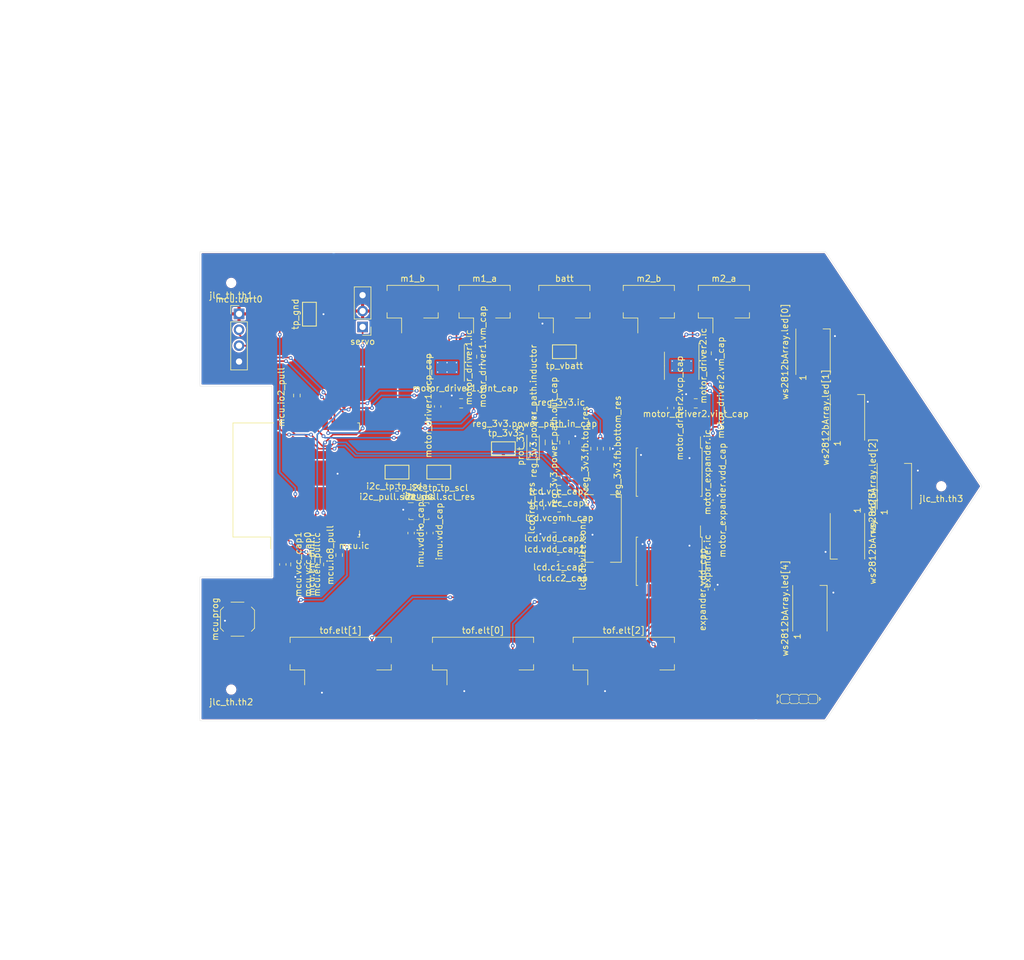
<source format=kicad_pcb>
(kicad_pcb (version 20211014) (generator pcbnew)
  (layers (0 "F.Cu" signal "Front") (31 "B.Cu" signal "Back") (34 "B.Paste" user) (35 "F.Paste" user) (36 "B.SilkS" user "B.Silkscreen") (37 "F.SilkS" user "F.Silkscreen") (38 "B.Mask" user) (39 "F.Mask" user) (44 "Edge.Cuts" user))
  (net 0 "")
  (net 1 "gnd")
  (net 2 "v3v3")
  (net 3 "vbatt")
  (net 4 "i2c_chain_0.sda")
  (net 5 "i2c_chain_0.scl")
  (net 6 "mcu.ic.io9")
  (net 7 "mcu.ic.uart0.rx")
  (net 8 "mcu.ic.en")
  (net 9 "mcu.gpio.ledArray")
  (net 10 "mcu.gpio.motor_bin1")
  (net 11 "servo.pins.1")
  (net 12 "mcu.gpio.motor_bin2")
  (net 13 "mcu.gpio.motor_ain2")
  (net 14 "mcu.gpio.motor_ain1")
  (net 15 "lcd.spi.mosi")
  (net 16 "lcd.spi.sck")
  (net 17 "reg_3v3.ic.sw")
  (net 18 "motor_expander.io.motor_bin2")
  (net 19 "motor_expander.io.motor_ain1")
  (net 20 "motor_expander.io.motor_bin1")
  (net 21 "motor_expander.io.motor_ain2")
  (net 22 "expander.io.lcd_cs")
  (net 23 "expander.io.lcd_dc")
  (net 24 "expander.io.lcd_reset")
  (net 25 "tof.xshut.1")
  (net 26 "tof.xshut.0")
  (net 27 "m1_a.pins.1")
  (net 28 "m1_a.pins.2")
  (net 29 "m1_b.pins.2")
  (net 30 "m1_b.pins.1")
  (net 31 "motor_driver1.ic.vcp")
  (net 32 "motor_driver1.vint_cap.pwr")
  (net 33 "m2_a.pins.1")
  (net 34 "m2_a.pins.2")
  (net 35 "m2_b.pins.2")
  (net 36 "m2_b.pins.1")
  (net 37 "imu.int1")
  (net 38 "imu.int2")
  (net 39 "ws2812bArray.led[0].dout")
  (net 40 "ws2812bArray.led[3].din")
  (net 41 "ws2812bArray.dout")
  (net 42 "tof.gpio1.1")
  (net 43 "tof.gpio1.0")
  (net 44 "tof.gpio1.2")
  (net 45 "lcd.device.c2p")
  (net 46 "lcd.device.c2n")
  (net 47 "lcd.device.c1p")
  (net 48 "lcd.vcomh_cap.pwr")
  (net 49 "lcd.vcc_cap1.pwr")
  (net 50 "reg_3v3.fb.center")
  (net 51 "lcd.device.iref")
  (net 52 "mcu.io8_pull.io")
  (net 53 "mcu.io2_pull.io")
  (net 54 "mcu.ic.uart0.tx")
  (net 55 "expander.io.tof_xshut_2")
  (net 56 "motor_driver2.vcp_cap.pos")
  (net 57 "motor_driver2.ic.vint")
  (net 58 "ws2812bArray.led[1].dout")
  (net 59 "ws2812bArray.led[3].dout")
  (net 60 "lcd.c1_cap.neg")
  (footprint "Capacitor_SMD:C_0603_1608Metric" (layer "F.Cu") (at 152.55 86.25 180)
    (fp_text reference "lcd.vcc_cap1")
    (fp_text value "CC0603KRX7R9BB104 (YAGEO) - 50V 100nF X7R ±10% 0603 Multilayer Ceramic Capacitors MLCC - SMD/SMT ROHS")
  )
  (footprint "Resistor_SMD:R_0603_1608Metric" (layer "F.Cu") (at 133.175 85.25 180)
    (fp_text reference "i2c_pull.scl_res")
    (fp_text value "0603WAF4701T5E (UNI-ROYAL(Uniroyal Elec)) - ±1% 1/10W Thick Film Resistors 75V ±100ppm/℃ -55℃~+155℃ 4.7kΩ 0603 Chip Resistor - Surface Mount ROHS")
  )
  (footprint "Resistor_SMD:R_0603_1608Metric" (layer "F.Cu") (at 149.425 88.5 90)
    (fp_text reference "lcd.iref_res")
    (fp_text value "0603WAF5603T5E (UNI-ROYAL(Uniroyal Elec)) - ±1% 1/10W Thick Film Resistors 75V ±100ppm/℃ -55℃~+155℃ 560kΩ 0603 Chip Resistor - Surface Mount ROHS")
  )
  (footprint "Capacitor_SMD:C_0603_1608Metric" (layer "F.Cu") (at 133 72.25 -90)
    (fp_text reference "motor_driver1.vcp_cap")
    (fp_text value "0603B103K500NT (FH(Guangdong Fenghua Advanced Tech)) - 50V 10nF X7R ±10% 0603 Multilayer Ceramic Capacitors MLCC - SMD/SMT ROHS")
  )
  (footprint "edg:JlcToolingHole_1.152mm" (layer "F.Cu") (at 100 52.5)
    (fp_text reference "jlc_th.th1")
    (fp_text value "")
  )
  (footprint "LED_SMD:LED_WS2812B_PLCC4_5.0x5.0mm_P3.2mm" (layer "F.Cu") (at 206 85 90)
    (fp_text reference "ws2812bArray.led[2]")
    (fp_text value "WS2812B (Worldsemi)")
  )
  (footprint "Capacitor_SMD:C_0805_2012Metric" (layer "F.Cu") (at 136.75 71.75 180)
    (fp_text reference "motor_driver1.vint_cap")
    (fp_text value "CL21A475KAQNNNE (Samsung Electro-Mechanics) - 25V 4.7uF X5R ±10% 0805 Multilayer Ceramic Capacitors MLCC - SMD/SMT ROHS")
  )
  (footprint "edg:JlcToolingHole_1.152mm" (layer "F.Cu") (at 213.5 85)
    (fp_text reference "jlc_th.th3")
    (fp_text value "")
  )
  (footprint "Capacitor_SMD:C_0603_1608Metric" (layer "F.Cu") (at 176.5 87.25 90)
    (fp_text reference "motor_expander.vdd_cap")
    (fp_text value "CC0603KRX7R9BB104 (YAGEO) - 50V 100nF X7R ±10% 0603 Multilayer Ceramic Capacitors MLCC - SMD/SMT ROHS")
  )
  (footprint "Connector_JST:JST_PH_B2B-PH-SM4-TB_1x02-1MP_P2.00mm_Vertical" (layer "F.Cu") (at 140.5 57.25)
    (fp_text reference "m1_a")
    (fp_text value "B2B-PH-SM4-TB (JST)")
  )
  (footprint "Connector_JST:JST_PH_B2B-PH-SM4-TB_1x02-1MP_P2.00mm_Vertical" (layer "F.Cu") (at 166.75 57.25)
    (fp_text reference "m2_b")
    (fp_text value "B2B-PH-SM4-TB (JST)")
  )
  (footprint "edg:Indicator_IdDots_4" (layer "F.Cu") (at 190.75 119)
    (fp_text reference "id" hide)
    (fp_text value "IdDots4")
  )
  (footprint "Capacitor_SMD:C_0603_1608Metric" (layer "F.Cu") (at 151.675 93.625 180)
    (fp_text reference "lcd.vdd_cap1")
    (fp_text value "CC0603KRX7R9BB104 (YAGEO) - 50V 100nF X7R ±10% 0603 Multilayer Ceramic Capacitors MLCC - SMD/SMT ROHS")
  )
  (footprint "LED_SMD:LED_WS2812B_PLCC4_5.0x5.0mm_P3.2mm" (layer "F.Cu") (at 198.5 74 90)
    (fp_text reference "ws2812bArray.led[1]")
    (fp_text value "WS2812B (Worldsemi)")
  )
  (footprint "Connector_PinHeader_2.54mm:PinHeader_1x04_P2.54mm_Vertical" (layer "F.Cu") (at 101.25 57.45)
    (fp_text reference "mcu.uart0")
    (fp_text value "PinHeader2.54 1x4 (Generic)")
  )
  (footprint "edg:Indicator_LeadFree" (layer "F.Cu") (at 190.75 115.5)
    (fp_text reference "leadfree" hide)
    (fp_text value "LeadFree" hide)
  )
  (footprint "Connector_JST:JST_PH_B2B-PH-SM4-TB_1x02-1MP_P2.00mm_Vertical" (layer "F.Cu") (at 129 57.25)
    (fp_text reference "m1_b")
    (fp_text value "B2B-PH-SM4-TB (JST)")
  )
  (footprint "Capacitor_SMD:C_0603_1608Metric" (layer "F.Cu") (at 112.25 97.5 -90)
    (fp_text reference "mcu.en_pull.c")
    (fp_text value "CL10A105KB8NNNC (Samsung Electro-Mechanics) - 50V 1uF X5R ±10% 0603 Multilayer Ceramic Capacitors MLCC - SMD/SMT ROHS")
  )
  (footprint "edg:JlcToolingHole_1.152mm" (layer "F.Cu") (at 100 117.5)
    (fp_text reference "jlc_th.th2")
    (fp_text value "")
  )
  (footprint "RF_Module:ESP-WROOM-02" (layer "F.Cu") (at 113.5 84 90)
    (fp_text reference "mcu.ic")
    (fp_text value "ESP32-C3-WROOM-02 (Espressif Systems)")
  )
  (footprint "TestPoint:TestPoint_Keystone_5015_Micro-Minature" (layer "F.Cu") (at 153.25 63.5 180)
    (fp_text reference "tp_vbatt")
    (fp_text value "5015 (Keystone) - vbatt")
  )
  (footprint "Capacitor_SMD:C_0805_2012Metric" (layer "F.Cu") (at 153.25 78 90)
    (fp_text reference "reg_3v3.power_path.out_cap")
    (fp_text value "CL21A475KAQNNNE (Samsung Electro-Mechanics) - 25V 4.7uF X5R ±10% 0805 Multilayer Ceramic Capacitors MLCC - SMD/SMT ROHS")
  )
  (footprint "Connector_FFC-FPC:Hirose_FH12-15S-0.5SH_1x15-1MP_P0.50mm_Horizontal" (layer "F.Cu") (at 157.85 91.75 90)
    (fp_text reference "lcd.device.conn")
    (fp_text value "FH12-15S-0.5SH (Hirose)")
  )
  (footprint "Connector_JST:JST_PH_B6B-PH-SM4-TB_1x06-1MP_P2.00mm_Vertical" (layer "F.Cu") (at 162.75 113.5)
    (fp_text reference "tof.elt[2]")
    (fp_text value "B6B-PH-SM4-TB (JST)")
  )
  (footprint "Connector_PinHeader_2.54mm:PinHeader_1x03_P2.54mm_Vertical" (layer "F.Cu") (at 121 59.54 180)
    (fp_text reference "servo")
    (fp_text value "PinHeader2.54 1x3 (Generic)")
  )
  (footprint "TestPoint:TestPoint_Keystone_5015_Micro-Minature" (layer "F.Cu") (at 112.5 57.5 90)
    (fp_text reference "tp_gnd")
    (fp_text value "5015 (Keystone) - gnd")
  )
  (footprint "Capacitor_SMD:C_0603_1608Metric" (layer "F.Cu") (at 170.25 72.5 -90)
    (fp_text reference "motor_driver2.vcp_cap")
    (fp_text value "0603B103K500NT (FH(Guangdong Fenghua Advanced Tech)) - 50V 10nF X7R ±10% 0603 Multilayer Ceramic Capacitors MLCC - SMD/SMT ROHS")
  )
  (footprint "Resistor_SMD:R_0603_1608Metric" (layer "F.Cu") (at 114.25 97.5 90)
    (fp_text reference "mcu.en_pull.r")
    (fp_text value "0603WAF1002T5E (UNI-ROYAL(Uniroyal Elec)) - ±1% 1/10W Thick Film Resistors 75V ±100ppm/℃ -55℃~+155℃ 10kΩ 0603 Chip Resistor - Surface Mount ROHS")
  )
  (footprint "Capacitor_SMD:C_0805_2012Metric" (layer "F.Cu") (at 176 63.75 -90)
    (fp_text reference "motor_driver2.vm_cap")
    (fp_text value "CL21A106KAYNNNE (Samsung Electro-Mechanics) - X5R 25V ±10% 10uF 0805 Multilayer Ceramic Capacitors MLCC - SMD/SMT ROHS")
  )
  (footprint "TestPoint:TestPoint_Keystone_5015_Micro-Minature" (layer "F.Cu") (at 133.175 82.75 180)
    (fp_text reference "i2c_tp.tp_scl")
    (fp_text value "5015 (Keystone) - i2c_chain_0.scl")
  )
  (footprint "Package_SO:SOIC-16W_7.5x10.3mm_P1.27mm" (layer "F.Cu") (at 170 97 -90)
    (fp_text reference "expander.ic")
    (fp_text value "PCF8574AT (NXP)")
  )
  (footprint "Resistor_SMD:R_0603_1608Metric" (layer "F.Cu") (at 117.25 96 90)
    (fp_text reference "mcu.io8_pull")
    (fp_text value "0603WAF1002T5E (UNI-ROYAL(Uniroyal Elec)) - ±1% 1/10W Thick Film Resistors 75V ±100ppm/℃ -55℃~+155℃ 10kΩ 0603 Chip Resistor - Surface Mount ROHS")
  )
  (footprint "Connector_JST:JST_PH_B6B-PH-SM4-TB_1x06-1MP_P2.00mm_Vertical" (layer "F.Cu") (at 117.5 113.5)
    (fp_text reference "tof.elt[1]")
    (fp_text value "B6B-PH-SM4-TB (JST)")
  )
  (footprint "LED_SMD:LED_WS2812B_PLCC4_5.0x5.0mm_P3.2mm" (layer "F.Cu") (at 198.5 93 -90)
    (fp_text reference "ws2812bArray.led[3]")
    (fp_text value "WS2812B (Worldsemi)")
  )
  (footprint "Resistor_SMD:R_0603_1608Metric" (layer "F.Cu") (at 126.5 85.25 180)
    (fp_text reference "i2c_pull.sda_res")
    (fp_text value "0603WAF4701T5E (UNI-ROYAL(Uniroyal Elec)) - ±1% 1/10W Thick Film Resistors 75V ±100ppm/℃ -55℃~+155℃ 4.7kΩ 0603 Chip Resistor - Surface Mount ROHS")
  )
  (footprint "Capacitor_SMD:C_0805_2012Metric" (layer "F.Cu") (at 110.25 97.5 -90)
    (fp_text reference "mcu.vcc_cap0")
    (fp_text value "CL21A106KAYNNNE (Samsung Electro-Mechanics) - X5R 25V ±10% 10uF 0805 Multilayer Ceramic Capacitors MLCC - SMD/SMT ROHS")
  )
  (footprint "Capacitor_SMD:C_0805_2012Metric" (layer "F.Cu") (at 174.25 71.75 180)
    (fp_text reference "motor_driver2.vint_cap")
    (fp_text value "CL21A475KAQNNNE (Samsung Electro-Mechanics) - 25V 4.7uF X5R ±10% 0805 Multilayer Ceramic Capacitors MLCC - SMD/SMT ROHS")
  )
  (footprint "Capacitor_SMD:C_0603_1608Metric" (layer "F.Cu") (at 108.25 97.5 -90)
    (fp_text reference "mcu.vcc_cap1")
    (fp_text value "CC0603KRX7R9BB104 (YAGEO) - 50V 100nF X7R ±10% 0603 Multilayer Ceramic Capacitors MLCC - SMD/SMT ROHS")
  )
  (footprint "edg:Symbol_Duckling" (layer "F.Cu") (at 180 117)
    (fp_text reference "duck" hide)
    (fp_text value "Duck" hide)
  )
  (footprint "Button_Switch_SMD:SW_SPST_SKQG_WithoutStem" (layer "F.Cu") (at 101 106.25 90)
    (fp_text reference "mcu.prog")
    (fp_text value "5.1mm switch")
  )
  (footprint "Capacitor_SMD:C_0805_2012Metric" (layer "F.Cu") (at 148.5 72.5 180)
    (fp_text reference "reg_3v3.power_path.in_cap")
    (fp_text value "CL21A475KAQNNNE (Samsung Electro-Mechanics) - 25V 4.7uF X5R ±10% 0805 Multilayer Ceramic Capacitors MLCC - SMD/SMT ROHS")
  )
  (footprint "Connector_JST:JST_PH_B6B-PH-SM4-TB_1x06-1MP_P2.00mm_Vertical" (layer "F.Cu") (at 140.25 113.5)
    (fp_text reference "tof.elt[0]")
    (fp_text value "B6B-PH-SM4-TB (JST)")
  )
  (footprint "Capacitor_SMD:C_0603_1608Metric" (layer "F.Cu") (at 152.25 96.5 180)
    (fp_text reference "lcd.c1_cap")
    (fp_text value "CC0603KRX7R9BB104 (YAGEO) - 50V 100nF X7R ±10% 0603 Multilayer Ceramic Capacitors MLCC - SMD/SMT ROHS")
  )
  (footprint "Capacitor_SMD:C_0603_1608Metric" (layer "F.Cu") (at 176.75 101.5 90)
    (fp_text reference "expander.vdd_cap")
    (fp_text value "CC0603KRX7R9BB104 (YAGEO) - 50V 100nF X7R ±10% 0603 Multilayer Ceramic Capacitors MLCC - SMD/SMT ROHS")
  )
  (footprint "LED_SMD:LED_WS2812B_PLCC4_5.0x5.0mm_P3.2mm" (layer "F.Cu") (at 192.5 104.5 90)
    (fp_text reference "ws2812bArray.led[4]")
    (fp_text value "WS2812B (Worldsemi)")
  )
  (footprint "Package_SO:HTSSOP-16-1EP_4.4x5mm_P0.65mm_EP3.4x5mm_Mask2.46x2.31mm_ThermalVias" (layer "F.Cu") (at 172 65.75 -90)
    (fp_text reference "motor_driver2.ic")
    (fp_text value "DRV8833PWP (Texas Instruments)")
  )
  (footprint "Resistor_SMD:R_0603_1608Metric" (layer "F.Cu") (at 110.5 70.5 -90)
    (fp_text reference "mcu.io2_pull")
    (fp_text value "0603WAF1002T5E (UNI-ROYAL(Uniroyal Elec)) - ±1% 1/10W Thick Film Resistors 75V ±100ppm/℃ -55℃~+155℃ 10kΩ 0603 Chip Resistor - Surface Mount ROHS")
  )
  (footprint "Connector_JST:JST_PH_B2B-PH-SM4-TB_1x02-1MP_P2.00mm_Vertical" (layer "F.Cu") (at 178.75 57.25)
    (fp_text reference "m2_a")
    (fp_text value "B2B-PH-SM4-TB (JST)")
  )
  (footprint "Package_SO:HTSSOP-16-1EP_4.4x5mm_P0.65mm_EP3.4x5mm_Mask2.46x2.31mm_ThermalVias" (layer "F.Cu") (at 134.5 66 -90)
    (fp_text reference "motor_driver1.ic")
    (fp_text value "DRV8833PWP (Texas Instruments)")
  )
  (footprint "Capacitor_SMD:C_0805_2012Metric" (layer "F.Cu") (at 138.5 64.3 -90)
    (fp_text reference "motor_driver1.vm_cap")
    (fp_text value "CL21A106KAYNNNE (Samsung Electro-Mechanics) - X5R 25V ±10% 10uF 0805 Multilayer Ceramic Capacitors MLCC - SMD/SMT ROHS")
  )
  (footprint "Capacitor_SMD:C_0805_2012Metric" (layer "F.Cu") (at 152.425 88.375 180)
    (fp_text reference "lcd.vcomh_cap")
    (fp_text value "CL21A475KAQNNNE (Samsung Electro-Mechanics) - 25V 4.7uF X5R ±10% 0805 Multilayer Ceramic Capacitors MLCC - SMD/SMT ROHS")
  )
  (footprint "TestPoint:TestPoint_Keystone_5015_Micro-Minature" (layer "F.Cu") (at 126.5 82.75 180)
    (fp_text reference "i2c_tp.tp_sda")
    (fp_text value "5015 (Keystone) - i2c_tp.anon_link_1")
  )
  (footprint "TestPoint:TestPoint_Keystone_5015_Micro-Minature" (layer "F.Cu") (at 143.5 79)
    (fp_text reference "tp_3v3")
    (fp_text value "5015 (Keystone) - v3v3")
  )
  (footprint "Resistor_SMD:R_0603_1608Metric" (layer "F.Cu") (at 160 79 -90)
    (fp_text reference "reg_3v3.fb.bottom_res")
    (fp_text value "0603WAF1502T5E (UNI-ROYAL(Uniroyal Elec)) - ±1% 1/10W Thick Film Resistors 75V ±100ppm/℃ -55℃~+155℃ 15kΩ 0603 Chip Resistor - Surface Mount ROHS")
  )
  (footprint "Diode_SMD:D_SOD-123" (layer "F.Cu") (at 148.25 78.5 90)
    (fp_text reference "prot_3v3")
    (fp_text value "BZT52C3V6 (SMC(Sangdest Microelectronicstronic (Nanjing))) - 5μA@1V 90Ω Single 3.6V~3.8V 350mW 3.4V SOD-123 Zener Diodes ROHS")
  )
  (footprint "Capacitor_SMD:C_0603_1608Metric" (layer "F.Cu") (at 128.75 92.4875 -90)
    (fp_text reference "imu.vddio_cap")
    (fp_text value "CC0603KRX7R9BB104 (YAGEO) - 50V 100nF X7R ±10% 0603 Multilayer Ceramic Capacitors MLCC - SMD/SMT ROHS")
  )
  (footprint "Capacitor_SMD:C_0603_1608Metric" (layer "F.Cu") (at 131.75 92.4875 -90)
    (fp_text reference "imu.vdd_cap")
    (fp_text value "CC0603KRX7R9BB104 (YAGEO) - 50V 100nF X7R ±10% 0603 Multilayer Ceramic Capacitors MLCC - SMD/SMT ROHS")
  )
  (footprint "Capacitor_SMD:C_0805_2012Metric" (layer "F.Cu") (at 151.675 91.625 180)
    (fp_text reference "lcd.vdd_cap2")
    (fp_text value "CL21A475KAQNNNE (Samsung Electro-Mechanics) - 25V 4.7uF X5R ±10% 0805 Multilayer Ceramic Capacitors MLCC - SMD/SMT ROHS")
  )
  (footprint "LED_SMD:LED_WS2812B_PLCC4_5.0x5.0mm_P3.2mm" (layer "F.Cu") (at 193 63.5 90)
    (fp_text reference "ws2812bArray.led[0]")
    (fp_text value "WS2812B (Worldsemi)")
  )
  (footprint "Inductor_SMD:L_0805_2012Metric" (layer "F.Cu") (at 150.75 78 -90)
    (fp_text reference "reg_3v3.power_path.inductor")
    (fp_text value "MPL2012S3R3MHT (Sunlord) - 900mA 3.3uH ±20% 190mΩ 0805 Inductors (SMD) ROHS")
  )
  (footprint "Package_TO_SOT_SMD:SOT-23-5" (layer "F.Cu") (at 152.75 74)
    (fp_text reference "reg_3v3.ic")
    (fp_text value "AP3418 (Diodes Incorporated)")
  )
  (footprint "Capacitor_SMD:C_0805_2012Metric" (layer "F.Cu") (at 152.425 84.125 180)
    (fp_text reference "lcd.vcc_cap2")
    (fp_text value "CL21A106KAYNNNE (Samsung Electro-Mechanics) - X5R 25V ±10% 10uF 0805 Multilayer Ceramic Capacitors MLCC - SMD/SMT ROHS")
  )
  (footprint "Connector_JST:JST_PH_B2B-PH-SM4-TB_1x02-1MP_P2.00mm_Vertical" (layer "F.Cu") (at 153.25 57.25)
    (fp_text reference "batt")
    (fp_text value "B2B-PH-SM4-TB (JST)")
  )
  (footprint "Package_SO:SOIC-16W_7.5x10.3mm_P1.27mm" (layer "F.Cu") (at 170 82.75 -90)
    (fp_text reference "motor_expander.ic")
    (fp_text value "PCF8574AT (NXP)")
  )
  (footprint "Capacitor_SMD:C_0603_1608Metric" (layer "F.Cu") (at 153 98.25 180)
    (fp_text reference "lcd.c2_cap")
    (fp_text value "CC0603KRX7R9BB104 (YAGEO) - 50V 100nF X7R ±10% 0603 Multilayer Ceramic Capacitors MLCC - SMD/SMT ROHS")
  )
  (footprint "Resistor_SMD:R_0603_1608Metric" (layer "F.Cu") (at 158 79 90)
    (fp_text reference "reg_3v3.fb.top_res")
    (fp_text value "0603WAF6802T5E (UNI-ROYAL(Uniroyal Elec)) - ±1% 1/10W Thick Film Resistors 75V ±100ppm/℃ -55℃~+155℃ 68kΩ 0603 Chip Resistor - Surface Mount ROHS")
  )
  (footprint "Package_LGA:Bosch_LGA-14_3x2.5mm_P0.5mm" (layer "F.Cu") (at 130 88.9875)
    (fp_text reference "imu.ic")
    (fp_text value "LSM6DS3TR-C (STMicroelectronics)")
  )
  (gr_poly (pts (xy 220 85) (xy 195 122.5) (xy 95 122.5) (xy 95 99.5) (xy 106.5 99.5) (xy 106.5 69) (xy 95 69) (xy 95 47.5) (xy 195 47.5)) (layer "Edge.Cuts") (width 0.0384) (fill none))
  (segment (start 159.75 114) (end 159.75 117.75) (width 0.4) (layer "F.Cu") (net 1))
  (segment (start 135.25 70.5) (end 135.8 71.05) (width 0.4) (layer "F.Cu") (net 1))
  (segment (start 195.05 95.45) (end 195 95.5) (width 0.6) (layer "F.Cu") (net 1))
  (segment (start 151.475 84.125) (end 150.375 84.125) (width 0.4) (layer "F.Cu") (net 1))
  (segment (start 150.425 91.625) (end 149.425 92.625) (width 0.4) (layer "F.Cu") (net 1))
  (segment (start 165.555 94.055) (end 165.75 94.25) (width 0.4) (layer "F.Cu") (net 1))
  (segment (start 165.555 79.945) (end 165.5 80) (width 0.4) (layer "F.Cu") (net 1))
  (segment (start 135.25 70.5) (end 134.825 70.075) (width 0.4) (layer "F.Cu") (net 1))
  (segment (start 200.1 71.55) (end 201.7 71.55) (width 0.6) (layer "F.Cu") (net 1))
  (segment (start 173.175 92.35) (end 173.175 94.425) (width 0.4) (layer "F.Cu") (net 1))
  (segment (start 173.175 94.425) (end 173.25 94.5) (width 0.4) (layer "F.Cu") (net 1))
  (segment (start 130.5 91.4875) (end 130.5 90) (width 0.254) (layer "F.Cu") (net 1))
  (segment (start 112.5 57.5) (end 114.75 57.5) (width 0.6) (layer "F.Cu") (net 1))
  (segment (start 130.25 91.7375) (end 130.5 91.4875) (width 0.254) (layer "F.Cu") (net 1))
  (segment (start 151.775 86.25) (end 149.8 86.25) (width 0.4) (layer "F.Cu") (net 1))
  (segment (start 117 83) (end 114.21 83) (width 0.6) (layer "F.Cu") (net 1))
  (segment (start 147.55 72.5) (end 147.55 73.05) (width 0.6) (layer "F.Cu") (net 1))
  (segment (start 152.25 57.75) (end 151 57.75) (width 0.6) (layer "F.Cu") (net 1))
  (segment (start 138.5 65.25) (end 139.75 65.25) (width 0.4) (layer "F.Cu") (net 1))
  (segment (start 127.9875 89.2375) (end 128.7375 89.2375) (width 0.254) (layer "F.Cu") (net 1))
  (segment (start 207.6 82.55) (end 209.7 82.55) (width 0.6) (layer "F.Cu") (net 1))
  (segment (start 99.15 109.35) (end 99.15 106.65) (width 0.6) (layer "F.Cu") (net 1))
  (segment (start 171.905 93.155) (end 173.25 94.5) (width 0.4) (layer "F.Cu") (net 1))
  (segment (start 165.555 78.1) (end 165.555 79.945) (width 0.4) (layer "F.Cu") (net 1))
  (segment (start 173.3 70.865296) (end 173.3 71.5) (width 0.254) (layer "F.Cu") (net 1))
  (segment (start 110.25 99.5) (end 108.75 99.5) (width 0.254) (layer "F.Cu") (net 1))
  (segment (start 171.905 92.35) (end 171.905 93.155) (width 0.4) (layer "F.Cu") (net 1))
  (segment (start 149.75 84.75) (end 149.75 86.2) (width 0.4) (layer "F.Cu") (net 1))
  (segment (start 148.25 76.85) (end 148.25 78.25) (width 0.6) (layer "F.Cu") (net 1))
  (segment (start 171.905 79.155) (end 171.905 78.1) (width 0.4) (layer "F.Cu") (net 1))
  (segment (start 134.825 70.075) (end 134.825 68.8625) (width 0.4) (layer "F.Cu") (net 1))
  (segment (start 99.15 106.35) (end 99 106.5) (width 0.6) (layer "F.Cu") (net 1))
  (segment (start 151.35 88.5) (end 151.35 87.8) (width 0.4) (layer "F.Cu") (net 1))
  (segment (start 108.75 99.5) (end 108.25 99) (width 0.254) (layer "F.Cu") (net 1))
  (segment (start 147.55 73.05) (end 148.5 74) (width 0.6) (layer "F.Cu") (net 1))
  (segment (start 139.75 65.25) (end 140 65.5) (width 0.4) (layer "F.Cu") (net 1))
  (segment (start 127.5125 88.7375) (end 128.7375 88.7375) (width 0.254) (layer "F.Cu") (net 1))
  (segment (start 176.5 86.475) (end 177.725 86.475) (width 0.4) (layer "F.Cu") (net 1))
  (segment (start 150.425 93.625) (end 149.425 92.625) (width 0.4) (layer "F.Cu") (net 1))
  (segment (start 130.25 91.7375) (end 131.775 93.2625) (width 0.254) (layer "F.Cu") (net 1))
  (segment (start 150.725 91.625) (end 150.425 91.625) (width 0.4) (layer "F.Cu") (net 1))
  (segment (start 173.25 80.5) (end 171.905 79.155) (width 0.4) (layer "F.Cu") (net 1))
  (segment (start 201.7 71.55) (end 201.75 71.5) (width 0.6) (layer "F.Cu") (net 1))
  (segment (start 196.9 95.45) (end 195.05 95.45) (width 0.6) (layer "F.Cu") (net 1))
  (segment (start 149.75 86.2) (end 149.8 86.25) (width 0.4) (layer "F.Cu") (net 1))
  (segment (start 157.75 92.75) (end 156 92.75) (width 0.254) (layer "F.Cu") (net 1))
  (segment (start 173.25 80.5) (end 173.175 80.425) (width 0.4) (layer "F.Cu") (net 1))
  (segment (start 130.25 91.7375) (end 130.25 92.0125) (width 0.254) (layer "F.Cu") (net 1))
  (segment (start 130.25 92.0125) (end 129 93.2625) (width 0.254) (layer "F.Cu") (net 1))
  (segment (start 196.45 61.05) (end 196.5 61) (width 0.6) (layer "F.Cu") (net 1))
  (segment (start 114.5 114) (end 114.5 118) (width 0.4) (layer "F.Cu") (net 1))
  (segment (start 173.175 80.425) (end 173.175 78.1) (width 0.4) (layer "F.Cu") (net 1))
  (segment (start 110.25 98.45) (end 110.25 99.5) (width 0.254) (layer "F.Cu") (net 1))
  (segment (start 177.45 64.7) (end 176 64.7) (width 0.4) (layer "F.Cu") (net 1))
  (segment (start 177.5 64.75) (end 177.45 64.7) (width 0.4) (layer "F.Cu") (net 1))
  (segment (start 130 91.4875) (end 130 90) (width 0.254) (layer "F.Cu") (net 1))
  (segment (start 176.75 100.725) (end 177.725 100.725) (width 0.4) (layer "F.Cu") (net 1))
  (segment (start 194.6 61.05) (end 196.45 61.05) (width 0.6) (layer "F.Cu") (net 1))
  (segment (start 135.8 71.05) (end 135.8 71.5) (width 0.4) (layer "F.Cu") (net 1))
  (segment (start 160 79.825) (end 160.175 79.825) (width 0.254) (layer "F.Cu") (net 1))
  (segment (start 209.7 82.55) (end 209.75 82.5) (width 0.6) (layer "F.Cu") (net 1))
  (segment (start 151 57.75) (end 149.75 59) (width 0.6) (layer "F.Cu") (net 1))
  (segment (start 172.717352 70.282648) (end 173.3 70.865296) (width 0.254) (layer "F.Cu") (net 1))
  (segment (start 127.5 88.75) (end 128.0125 88.2375) (width 0.254) (layer "F.Cu") (net 1))
  (segment (start 194.1 102.05) (end 196.2 102.05) (width 0.6) (layer "F.Cu") (net 1))
  (segment (start 177.725 100.725) (end 177.75 100.75) (width 0.4) (layer "F.Cu") (net 1))
  (segment (start 137.25 114) (end 137.25 117.75) (width 0.4) (layer "F.Cu") (net 1))
  (segment (start 108.25 99) (end 108.25 98.275) (width 0.254) (layer "F.Cu") (net 1))
  (segment (start 149.425 86.625) (end 149.8 86.25) (width 0.254) (layer "F.Cu") (net 1))
  (segment (start 99.15 109.35) (end 99.25 109.25) (width 0.6) (layer "F.Cu") (net 1))
  (segment (start 110.25 99.5) (end 112 99.5) (width 0.254) (layer "F.Cu") (net 1))
  (segment (start 99.15 103.15) (end 99.15 106.35) (width 0.6) (layer "F.Cu") (net 1))
  (segment (start 154.95 77.05) (end 155 77) (width 0.6) (layer "F.Cu") (net 1))
  (segment (start 172.325 68.6125) (end 172.325 69.890296) (width 0.254) (layer "F.Cu") (net 1))
  (segment (start 119.5 92.75) (end 120.5 92.75) (width 0.4) (layer "F.Cu") (net 1))
  (segment (start 150.9 93.625) (end 150.425 93.625) (width 0.4) (layer "F.Cu") (net 1))
  (segment (start 112.25 99.25) (end 112.25 98.275) (width 0.254) (layer "F.Cu") (net 1))
  (segment (start 172.325 69.890296) (end 172.717352 70.282648) (width 0.254) (layer "F.Cu") (net 1))
  (segment (start 160.175 79.825) (end 161 79) (width 0.254) (layer "F.Cu") (net 1))
  (segment (start 130.25 91.7375) (end 130 91.4875) (width 0.254) (layer "F.Cu") (net 1))
  (segment (start 173.25 80.5) (end 174.445 79.305) (width 0.4) (layer "F.Cu") (net 1))
  (segment (start 114.21 83) (end 114.11 82.9) (width 0.6) (layer "F.Cu") (net 1))
  (segment (start 127.5 88.75) (end 127.5125 88.7375) (width 0.254) (layer "F.Cu") (net 1))
  (segment (start 151.6125 74) (end 148.5 74) (width 0.6) (layer "F.Cu") (net 1))
  (segment (start 177.725 86.475) (end 177.75 86.5) (width 0.4) (layer "F.Cu") (net 1))
  (segment (start 151.35 87.8) (end 149.8 86.25) (width 0.4) (layer "F.Cu") (net 1))
  (segment (start 131.775 93.2625) (end 132 93.2625) (width 0.254) (layer "F.Cu") (net 1))
  (segment (start 165.555 92.35) (end 165.555 94.055) (width 0.4) (layer "F.Cu") (net 1))
  (segment (start 174.445 79.305) (end 174.445 78.1) (width 0.4) (layer "F.Cu") (net 1))
  (segment (start 196.2 102.05) (end 196.25 102) (width 0.6) (layer "F.Cu") (net 1))
  (segment (start 128.0125 88.2375) (end 128.7375 88.2375) (width 0.254) (layer "F.Cu") (net 1))
  (segment (start 150.375 84.125) (end 149.75 84.75) (width 0.4) (layer "F.Cu") (net 1))
  (segment (start 112 99.5) (end 112.25 99.25) (width 0.254) (layer "F.Cu") (net 1))
  (segment (start 99.25 109.25) (end 99.25 109) (width 0.6) (layer "F.Cu") (net 1))
  (segment (start 149.425 87.675) (end 149.425 86.625) (width 0.254) (layer "F.Cu") (net 1))
  (segment (start 174.445 92.35) (end 174.445 93.305) (width 0.4) (layer "F.Cu") (net 1))
  (segment (start 174.445 93.305) (end 173.25 94.5) (width 0.4) (layer "F.Cu") (net 1))
  (segment (start 99.15 106.65) (end 99 106.5) (width 0.6) (layer "F.Cu") (net 1))
  (segment (start 153.25 77.05) (end 154.95 77.05) (width 0.6) (layer "F.Cu") (net 1))
  (segment (start 127.5 88.75) (end 127.9875 89.2375) (width 0.254) (layer "F.Cu") (net 1))
  (via (at 173.25 80.5) (size 0.6) (drill 0.3) (layers "F.Cu" "B.Cu") (net 1))
  (via (at 196.5 61) (size 0.6) (drill 0.3) (layers "F.Cu" "B.Cu") (net 1))
  (via (at 177.5 64.75) (size 0.6) (drill 0.3) (layers "F.Cu" "B.Cu") (net 1))
  (via (at 137.25 117.75) (size 0.6) (drill 0.3) (layers "F.Cu" "B.Cu") (net 1))
  (via (at 165.5 80) (size 0.6) (drill 0.3) (layers "F.Cu" "B.Cu") (net 1))
  (via (at 135.25 70.5) (size 0.6) (drill 0.3) (layers "F.Cu" "B.Cu") (net 1))
  (via (at 173.25 94.5) (size 0.6) (drill 0.3) (layers "F.Cu" "B.Cu") (net 1))
  (via (at 140 65.5) (size 0.6) (drill 0.3) (layers "F.Cu" "B.Cu") (net 1))
  (via (at 155 77) (size 0.6) (drill 0.3) (layers "F.Cu" "B.Cu") (net 1))
  (via (at 177.75 86.5) (size 0.6) (drill 0.3) (layers "F.Cu" "B.Cu") (net 1))
  (via (at 177.75 100.75) (size 0.6) (drill 0.3) (layers "F.Cu" "B.Cu") (net 1))
  (via (at 127.5 88.75) (size 0.6) (drill 0.3) (layers "F.Cu" "B.Cu") (net 1))
  (via (at 165.75 94.25) (size 0.6) (drill 0.3) (layers "F.Cu" "B.Cu") (net 1))
  (via (at 130.25 91.7375) (size 0.6) (drill 0.3) (layers "F.Cu" "B.Cu") (net 1))
  (via (at 110.25 99.5) (size 0.6) (drill 0.3) (layers "F.Cu" "B.Cu") (net 1))
  (via (at 209.75 82.5) (size 0.6) (drill 0.3) (layers "F.Cu" "B.Cu") (net 1))
  (via (at 114.5 118) (size 0.6) (drill 0.3) (layers "F.Cu" "B.Cu") (net 1))
  (via (at 149.75 59) (size 0.6) (drill 0.3) (layers "F.Cu" "B.Cu") (net 1))
  (via (at 149.8 86.25) (size 0.6) (drill 0.3) (layers "F.Cu" "B.Cu") (net 1))
  (via (at 159.75 117.75) (size 0.6) (drill 0.3) (layers "F.Cu" "B.Cu") (net 1))
  (via (at 196.25 102) (size 0.6) (drill 0.3) (layers "F.Cu" "B.Cu") (net 1))
  (via (at 117 83) (size 0.6) (drill 0.3) (layers "F.Cu" "B.Cu") (net 1))
  (via (at 195 95.5) (size 0.6) (drill 0.3) (layers "F.Cu" "B.Cu") (net 1))
  (via (at 99 106.5) (size 0.6) (drill 0.3) (layers "F.Cu" "B.Cu") (net 1))
  (via (at 114.75 57.5) (size 0.6) (drill 0.3) (layers "F.Cu" "B.Cu") (net 1))
  (via (at 120.5 92.75) (size 0.6) (drill 0.3) (layers "F.Cu" "B.Cu") (net 1))
  (via (at 201.75 71.5) (size 0.6) (drill 0.3) (layers "F.Cu" "B.Cu") (net 1))
  (via (at 172.717352 70.282648) (size 0.6) (drill 0.3) (layers "F.Cu" "B.Cu") (net 1))
  (via (at 149.425 92.625) (size 0.6) (drill 0.3) (layers "F.Cu" "B.Cu") (net 1))
  (via (at 161 79) (size 0.6) (drill 0.3) (layers "F.Cu" "B.Cu") (net 1))
  (via (at 157.75 92.75) (size 0.6) (drill 0.3) (layers "F.Cu" "B.Cu") (net 1))
  (via (at 148.5 74) (size 0.6) (drill 0.3) (layers "F.Cu" "B.Cu") (net 1))
  (via (at 148.25 78.25) (size 0.6) (drill 0.3) (layers "F.Cu" "B.Cu") (net 1))
  (segment (start 156 93.25) (end 154.8 93.25) (width 0.254) (layer "F.Cu") (net 2))
  (segment (start 129.5 90.2375) (end 129 90.7375) (width 0.4) (layer "F.Cu") (net 2))
  (segment (start 154.8 92.25) (end 154.675 92.125) (width 0.254) (layer "F.Cu") (net 2))
  (segment (start 156 92.25) (end 154.8 92.25) (width 0.254) (layer "F.Cu") (net 2))
  (segment (start 157.3 93.25) (end 157.425 93.375) (width 0.254) (layer "F.Cu") (net 2))
  (segment (start 129.5 90) (end 129.5 90.2375) (width 0.4) (layer "F.Cu") (net 2))
  (segment (start 131.2625 89.7375) (end 132.25 89.7375) (width 0.4) (layer "F.Cu") (net 2))
  (segment (start 154.8 93.25) (end 154.675 93.125) (width 0.254) (layer "F.Cu") (net 2))
  (segment (start 130.5 87.975) (end 130.5 87.2375) (width 0.4) (layer "F.Cu") (net 2))
  (segment (start 156 93.25) (end 157.3 93.25) (width 0.254) (layer "F.Cu") (net 2))
  (segment (start 156 92.25) (end 157.25 92.25) (width 0.254) (layer "F.Cu") (net 2))
  (segment (start 125.675 85.25) (end 127.675 87.25) (width 0.254) (layer "F.Cu") (net 4))
  (segment (start 127.675 87.25) (end 129.25 87.25) (width 0.254) (layer "F.Cu") (net 4))
  (segment (start 163.75 114) (end 163.75 112) (width 0.254) (layer "F.Cu") (net 4))
  (segment (start 129.5 87.5) (end 129.5 87.975) (width 0.254) (layer "F.Cu") (net 4))
  (segment (start 126.5 84.425) (end 126.5 82.75) (width 0.254) (layer "F.Cu") (net 4))
  (segment (start 129.25 87.25) (end 129.5 87.5) (width 0.254) (layer "F.Cu") (net 4))
  (segment (start 163.75 114) (end 163.75 111.75) (width 0.254) (layer "F.Cu") (net 4))
  (segment (start 125.675 85.25) (end 126.5 84.425) (width 0.254) (layer "F.Cu") (net 4))
  (segment (start 163.75 111.75) (end 173.175 102.325) (width 0.254) (layer "F.Cu") (net 4))
  (segment (start 173.175 102.325) (end 173.175 101.65) (width 0.254) (layer "F.Cu") (net 4))
  (segment (start 163.25 110.5) (end 164 110.5) (width 0.254) (layer "F.Cu") (net 5))
  (segment (start 161.75 112) (end 163.25 110.5) (width 0.254) (layer "F.Cu") (net 5))
  (segment (start 131.81292 85.25) (end 132.35 85.25) (width 0.254) (layer "F.Cu") (net 5))
  (segment (start 130 87.06292) (end 131.81292 85.25) (width 0.254) (layer "F.Cu") (net 5))
  (segment (start 133.175 84.425) (end 133.175 82.75) (width 0.254) (layer "F.Cu") (net 5))
  (segment (start 130 87.975) (end 130 87.06292) (width 0.254) (layer "F.Cu") (net 5))
  (segment (start 171.905 102.597355) (end 171.905 101.65) (width 0.254) (layer "F.Cu") (net 5))
  (segment (start 164.002355 110.5) (end 171.905 102.597355) (width 0.254) (layer "F.Cu") (net 5))
  (segment (start 132.35 85.25) (end 133.175 84.425) (width 0.254) (layer "F.Cu") (net 5))
  (segment (start 161.75 114) (end 161.75 112) (width 0.254) (layer "F.Cu") (net 5))
  (segment (start 118.5 94.75) (end 118 94.25) (width 0.254) (layer "F.Cu") (net 6))
  (segment (start 103.5 105) (end 109.25 105) (width 0.254) (layer "F.Cu") (net 6))
  (segment (start 102.85 105.65) (end 103.5 105) (width 0.254) (layer "F.Cu") (net 6))
  (segment (start 111.1 103.15) (end 111.15 103.15) (width 0.254) (layer "F.Cu") (net 6))
  (segment (start 102.85 104.35) (end 103.5 105) (width 0.254) (layer "F.Cu") (net 6))
  (segment (start 109.25 105) (end 111.1 103.15) (width 0.254) (layer "F.Cu") (net 6))
  (segment (start 102.85 103.15) (end 102.85 104.35) (width 0.254) (layer "F.Cu") (net 6))
  (segment (start 111.25 103.25) (end 111.15 103.15) (width 0.254) (layer "F.Cu") (net 6))
  (segment (start 102.85 109.35) (end 102.85 105.65) (width 0.254) (layer "F.Cu") (net 6))
  (segment (start 118 94.25) (end 118 92.75) (width 0.254) (layer "F.Cu") (net 6))
  (via (at 111.15 103.15) (size 0.6) (drill 0.3) (layers "F.Cu" "B.Cu") (net 6))
  (via (at 118.5 94.75) (size 0.6) (drill 0.3) (layers "F.Cu" "B.Cu") (net 6))
  (segment (start 118.5 99.25) (end 114.6 103.15) (width 0.254) (layer "B.Cu") (net 6))
  (segment (start 114.6 103.15) (end 111.15 103.15) (width 0.254) (layer "B.Cu") (net 6))
  (segment (start 118.5 94.75) (end 118.5 99.25) (width 0.254) (layer "B.Cu") (net 6))
  (segment (start 109.5 64.5) (end 109.423 64.423) (width 0.254) (layer "F.Cu") (net 7))
  (segment (start 109.423 64.423) (end 104.923 64.423) (width 0.254) (layer "F.Cu") (net 7))
  (segment (start 101.25 60.75) (end 101.25 59.99) (width 0.254) (layer "F.Cu") (net 7))
  (segment (start 114.75 70) (end 118 73.25) (width 0.254) (layer "F.Cu") (net 7))
  (segment (start 104.923 64.423) (end 101.25 60.75) (width 0.254) (layer "F.Cu") (net 7))
  (segment (start 118 73.25) (end 118 75.25) (width 0.254) (layer "F.Cu") (net 7))
  (via (at 114.75 70) (size 0.6) (drill 0.3) (layers "F.Cu" "B.Cu") (net 7))
  (via (at 109.5 64.5) (size 0.6) (drill 0.3) (layers "F.Cu" "B.Cu") (net 7))
  (segment (start 114.75 69.75) (end 109.5 64.5) (width 0.254) (layer "B.Cu") (net 7))
  (segment (start 114.75 70) (end 114.75 69.75) (width 0.254) (layer "B.Cu") (net 7))
  (segment (start 112.25 96.725) (end 114.2 96.725) (width 0.254) (layer "F.Cu") (net 8))
  (segment (start 112.25 96.725) (end 112.25 95.75) (width 0.254) (layer "F.Cu") (net 8))
  (segment (start 112.25 95.75) (end 112 95.5) (width 0.254) (layer "F.Cu") (net 8))
  (segment (start 114.2 96.725) (end 114.25 96.675) (width 0.254) (layer "F.Cu") (net 8))
  (segment (start 109 93.5) (end 109.5 94) (width 0.254) (layer "F.Cu") (net 8))
  (segment (start 109 92.75) (end 109 93.5) (width 0.254) (layer "F.Cu") (net 8))
  (via (at 109.5 94) (size 0.6) (drill 0.3) (layers "F.Cu" "B.Cu") (net 8))
  (via (at 112 95.5) (size 0.6) (drill 0.3) (layers "F.Cu" "B.Cu") (net 8))
  (segment (start 111 95.5) (end 112 95.5) (width 0.254) (layer "B.Cu") (net 8))
  (segment (start 109.5 94) (end 111 95.5) (width 0.254) (layer "B.Cu") (net 8))
  (segment (start 112 89) (end 112 92.75) (width 0.254) (layer "F.Cu") (net 9))
  (segment (start 191.4 55.9) (end 191.4 61.05) (width 0.254) (layer "F.Cu") (net 9))
  (segment (start 107.75 60.75) (end 107.75 54.25) (width 0.254) (layer "F.Cu") (net 9))
  (segment (start 110.25 87.25) (end 112 89) (width 0.254) (layer "F.Cu") (net 9))
  (segment (start 110.25 86.25) (end 110.25 87.25) (width 0.254) (layer "F.Cu") (net 9))
  (segment (start 184 48.5) (end 191.4 55.9) (width 0.254) (layer "F.Cu") (net 9))
  (segment (start 107.75 54.25) (end 113.5 48.5) (width 0.254) (layer "F.Cu") (net 9))
  (segment (start 113.5 48.5) (end 184 48.5) (width 0.254) (layer "F.Cu") (net 9))
  (via (at 107.75 60.75) (size 0.6) (drill 0.3) (layers "F.Cu" "B.Cu") (net 9))
  (via (at 110.25 86.25) (size 0.6) (drill 0.3) (layers "F.Cu" "B.Cu") (net 9))
  (segment (start 107.75 82.75) (end 110.25 85.25) (width 0.254) (layer "B.Cu") (net 9))
  (segment (start 107.75 60.75) (end 107.75 82.75) (width 0.254) (layer "B.Cu") (net 9))
  (segment (start 110.25 85.25) (end 110.25 86.25) (width 0.254) (layer "B.Cu") (net 9))
  (segment (start 121.75 71.75) (end 119.75 71.75) (width 0.254) (layer "F.Cu") (net 10))
  (segment (start 131.75 69.75) (end 132.225 69.275) (width 0.254) (layer "F.Cu") (net 10))
  (segment (start 129.6375 69.75) (end 131.75 69.75) (width 0.254) (layer "F.Cu") (net 10))
  (segment (start 132.225 69.275) (end 132.225 68.8625) (width 0.254) (layer "F.Cu") (net 10))
  (segment (start 119.75 71.75) (end 118.75 72.75) (width 0.254) (layer "F.Cu") (net 10))
  (segment (start 113.5 89.5) (end 113.5 92.75) (width 0.254) (layer "F.Cu") (net 10))
  (segment (start 113.75 89.25) (end 113.5 89.5) (width 0.254) (layer "F.Cu") (net 10))
  (via (at 113.75 89.25) (size 0.6) (drill 0.3) (layers "F.Cu" "B.Cu") (net 10))
  (via (at 121.75 71.75) (size 0.6) (drill 0.3) (layers "F.Cu" "B.Cu") (net 10))
  (via (at 129.6375 69.75) (size 0.6) (drill 0.3) (layers "F.Cu" "B.Cu") (net 10))
  (via (at 118.75 72.75) (size 0.6) (drill 0.3) (layers "F.Cu" "B.Cu") (net 10))
  (segment (start 118.75 72.75) (end 117.75 72.75) (width 0.254) (layer "B.Cu") (net 10))
  (segment (start 123.75 69.75) (end 129.6375 69.75) (width 0.254) (layer "B.Cu") (net 10))
  (segment (start 117.75 72.75) (end 113.75 76.75) (width 0.254) (layer "B.Cu") (net 10))
  (segment (start 121.75 71.75) (end 123.75 69.75) (width 0.254) (layer "B.Cu") (net 10))
  (segment (start 113.75 76.75) (end 113.75 89.25) (width 0.254) (layer "B.Cu") (net 10))
  (segment (start 115 78) (end 116.25 76.75) (width 0.254) (layer "F.Cu") (net 11))
  (segment (start 115 89.5) (end 114.75 89.25) (width 0.254) (layer "F.Cu") (net 11))
  (segment (start 116.25 76.75) (end 117.75 76.75) (width 0.254) (layer "F.Cu") (net 11))
  (segment (start 117.75 76.75) (end 120 76.75) (width 0.254) (layer "F.Cu") (net 11))
  (segment (start 115 92.75) (end 115 89.5) (width 0.254) (layer "F.Cu") (net 11))
  (segment (start 121 62.5) (end 121 59.54) (width 0.254) (layer "F.Cu") (net 11))
  (segment (start 120 76.75) (end 121 75.75) (width 0.254) (layer "F.Cu") (net 11))
  (via (at 115 78) (size 0.6) (drill 0.3) (layers "F.Cu" "B.Cu") (net 11))
  (via (at 121 75.75) (size 0.6) (drill 0.3) (layers "F.Cu" "B.Cu") (net 11))
  (via (at 114.75 89.25) (size 0.6) (drill 0.3) (layers "F.Cu" "B.Cu") (net 11))
  (via (at 121 62.5) (size 0.6) (drill 0.3) (layers "F.Cu" "B.Cu") (net 11))
  (segment (start 121 75.75) (end 121 62.5) (width 0.254) (layer "B.Cu") (net 11))
  (segment (start 114.75 78.25) (end 115 78) (width 0.254) (layer "B.Cu") (net 11))
  (segment (start 114.75 89.25) (end 114.75 78.25) (width 0.254) (layer "B.Cu") (net 11))
  (segment (start 131.908159 70.5) (end 129.25 70.5) (width 0.254) (layer "F.Cu") (net 12))
  (segment (start 122.5 72.5) (end 120.25 72.5) (width 0.254) (layer "F.Cu") (net 12))
  (segment (start 132.875 68.8625) (end 132.875 69.533159) (width 0.254) (layer "F.Cu") (net 12))
  (segment (start 120.25 72.5) (end 119.5 73.25) (width 0.254) (layer "F.Cu") (net 12))
  (segment (start 132.875 69.533159) (end 131.908159 70.5) (width 0.254) (layer "F.Cu") (net 12))
  (segment (start 119.5 73.25) (end 119.5 75.25) (width 0.254) (layer "F.Cu") (net 12))
  (via (at 129.25 70.5) (size 0.6) (drill 0.3) (layers "F.Cu" "B.Cu") (net 12))
  (via (at 122.5 72.5) (size 0.6) (drill 0.3) (layers "F.Cu" "B.Cu") (net 12))
  (segment (start 124 70.5) (end 129.25 70.5) (width 0.254) (layer "B.Cu") (net 12))
  (segment (start 122.5 72.5) (end 122.5 72) (width 0.254) (layer "B.Cu") (net 12))
  (segment (start 122.5 72) (end 124 70.5) (width 0.254) (layer "B.Cu") (net 12))
  (segment (start 128 75) (end 126.5 76.5) (width 0.254) (layer "F.Cu") (net 13))
  (segment (start 115.5 76.5) (end 115.5 75.75) (width 0.254) (layer "F.Cu") (net 13))
  (segment (start 136.125 68.8625) (end 136.125 69.533159) (width 0.254) (layer "F.Cu") (net 13))
  (segment (start 136.125 69.533159) (end 137.091841 70.5) (width 0.254) (layer "F.Cu") (net 13))
  (segment (start 131.5 75) (end 128 75) (width 0.254) (layer "F.Cu") (net 13))
  (segment (start 137.091841 70.5) (end 138.75 70.5) (width 0.254) (layer "F.Cu") (net 13))
  (segment (start 115.5 75.75) (end 115 75.25) (width 0.254) (layer "F.Cu") (net 13))
  (segment (start 138.75 70.5) (end 138.75 73) (width 0.254) (layer "F.Cu") (net 13))
  (via (at 126.5 76.5) (size 0.6) (drill 0.3) (layers "F.Cu" "B.Cu") (net 13))
  (via (at 131.5 75) (size 0.6) (drill 0.3) (layers "F.Cu" "B.Cu") (net 13))
  (via (at 115.5 76.5) (size 0.6) (drill 0.3) (layers "F.Cu" "B.Cu") (net 13))
  (via (at 138.75 73) (size 0.6) (drill 0.3) (layers "F.Cu" "B.Cu") (net 13))
  (segment (start 138.75 73) (end 136.75 75) (width 0.254) (layer "B.Cu") (net 13))
  (segment (start 136.75 75) (end 131.5 75) (width 0.254) (layer "B.Cu") (net 13))
  (segment (start 126.5 76.5) (end 115.5 76.5) (width 0.254) (layer "B.Cu") (net 13))
  (segment (start 131 75.75) (end 128.25 75.75) (width 0.254) (layer "F.Cu") (net 14))
  (segment (start 137.5 70) (end 139 70) (width 0.254) (layer "F.Cu") (net 14))
  (segment (start 113.5 75.75) (end 113.5 75.25) (width 0.254) (layer "F.Cu") (net 14))
  (segment (start 114.75 77) (end 113.5 75.75) (width 0.254) (layer "F.Cu") (net 14))
  (segment (start 139.5 70.5) (end 139.5 73.25) (width 0.254) (layer "F.Cu") (net 14))
  (segment (start 139.5 73.25) (end 139.25 73.5) (width 0.254) (layer "F.Cu") (net 14))
  (segment (start 136.775 68.8625) (end 136.775 69.275) (width 0.254) (layer "F.Cu") (net 14))
  (segment (start 139 70) (end 139.5 70.5) (width 0.254) (layer "F.Cu") (net 14))
  (segment (start 128.25 75.75) (end 126.75 77.25) (width 0.254) (layer "F.Cu") (net 14))
  (segment (start 139.25 73.5) (end 139 73.75) (width 0.254) (layer "F.Cu") (net 14))
  (segment (start 136.775 69.275) (end 137.5 70) (width 0.254) (layer "F.Cu") (net 14))
  (segment (start 126.75 77.25) (end 126 77.25) (width 0.254) (layer "F.Cu") (net 14))
  (via (at 114.75 77) (size 0.6) (drill 0.3) (layers "F.Cu" "B.Cu") (net 14))
  (via (at 126 77.25) (size 0.6) (drill 0.3) (layers "F.Cu" "B.Cu") (net 14))
  (via (at 139 73.75) (size 0.6) (drill 0.3) (layers "F.Cu" "B.Cu") (net 14))
  (via (at 131 75.75) (size 0.6) (drill 0.3) (layers "F.Cu" "B.Cu") (net 14))
  (segment (start 137 75.75) (end 131 75.75) (width 0.254) (layer "B.Cu") (net 14))
  (segment (start 139 73.75) (end 137 75.75) (width 0.254) (layer "B.Cu") (net 14))
  (segment (start 126 77.25) (end 115 77.25) (width 0.254) (layer "B.Cu") (net 14))
  (segment (start 115 77.25) (end 114.75 77) (width 0.254) (layer "B.Cu") (net 14))
  (segment (start 109 75.504) (end 109 75.25) (width 0.254) (layer "F.Cu") (net 15))
  (segment (start 116.5 79) (end 114 79) (width 0.254) (layer "F.Cu") (net 15))
  (segment (start 157 89.654) (end 157 87.5) (width 0.254) (layer "F.Cu") (net 15))
  (segment (start 111.75 76.75) (end 110.246 76.75) (width 0.254) (layer "F.Cu") (net 15))
  (segment (start 110.246 76.75) (end 109 75.504) (width 0.254) (layer "F.Cu") (net 15))
  (segment (start 156 89.75) (end 156.904 89.75) (width 0.254) (layer "F.Cu") (net 15))
  (segment (start 156.904 89.75) (end 157 89.654) (width 0.254) (layer "F.Cu") (net 15))
  (segment (start 114 79) (end 111.75 76.75) (width 0.254) (layer "F.Cu") (net 15))
  (via (at 157 87.5) (size 0.6) (drill 0.3) (layers "F.Cu" "B.Cu") (net 15))
  (via (at 116.5 79) (size 0.6) (drill 0.3) (layers "F.Cu" "B.Cu") (net 15))
  (segment (start 118.178658 78.5) (end 119.832658 80.154) (width 0.254) (layer "B.Cu") (net 15))
  (segment (start 117 78.5) (end 118.178658 78.5) (width 0.254) (layer "B.Cu") (net 15))
  (segment (start 149.654 80.154) (end 157 87.5) (width 0.254) (layer "B.Cu") (net 15))
  (segment (start 119.832658 80.154) (end 149.654 80.154) (width 0.254) (layer "B.Cu") (net 15))
  (segment (start 116.5 79) (end 117 78.5) (width 0.254) (layer "B.Cu") (net 15))
  (segment (start 109.25 76.75) (end 108.7 76.75) (width 0.254) (layer "F.Cu") (net 16))
  (segment (start 115.923 78.577) (end 114.577 78.577) (width 0.254) (layer "F.Cu") (net 16))
  (segment (start 156 90.25) (end 156.975342 90.25) (width 0.254) (layer "F.Cu") (net 16))
  (segment (start 156.975342 90.25) (end 157.75 89.475342) (width 0.254) (layer "F.Cu") (net 16))
  (segment (start 107.5 75.55) (end 107.5 75.25) (width 0.254) (layer "F.Cu") (net 16))
  (segment (start 114.577 78.577) (end 112.75 76.75) (width 0.254) (layer "F.Cu") (net 16))
  (segment (start 116.5 78) (end 115.923 78.577) (width 0.254) (layer "F.Cu") (net 16))
  (segment (start 108.7 76.75) (end 107.5 75.55) (width 0.254) (layer "F.Cu") (net 16))
  (segment (start 157.75 89.475342) (end 157.75 88.25) (width 0.254) (layer "F.Cu") (net 16))
  (via (at 157.75 88.25) (size 0.6) (drill 0.3) (layers "F.Cu" "B.Cu") (net 16))
  (via (at 116.5 78) (size 0.6) (drill 0.3) (layers "F.Cu" "B.Cu") (net 16))
  (via (at 109.25 76.75) (size 0.6) (drill 0.3) (layers "F.Cu" "B.Cu") (net 16))
  (via (at 112.75 76.75) (size 0.6) (drill 0.3) (layers "F.Cu" "B.Cu") (net 16))
  (segment (start 157.75 87.433998) (end 157.75 88.25) (width 0.254) (layer "B.Cu") (net 16))
  (segment (start 120.125 79.75) (end 150.066002 79.75) (width 0.254) (layer "B.Cu") (net 16))
  (segment (start 116.5 78) (end 118.375 78) (width 0.254) (layer "B.Cu") (net 16))
  (segment (start 150.066002 79.75) (end 157.75 87.433998) (width 0.254) (layer "B.Cu") (net 16))
  (segment (start 112.75 76.75) (end 109.25 76.75) (width 0.254) (layer "B.Cu") (net 16))
  (segment (start 118.375 78) (end 120.125 79.75) (width 0.254) (layer "B.Cu") (net 16))
  (segment (start 151.55 74.95) (end 150.75 75.75) (width 0.6) (layer "F.Cu") (net 17))
  (segment (start 150.75 75.75) (end 150.75 76.9375) (width 0.6) (layer "F.Cu") (net 17))
  (segment (start 151.6125 74.95) (end 151.55 74.95) (width 0.6) (layer "F.Cu") (net 17))
  (segment (start 170.635 77.135) (end 169 75.5) (width 0.254) (layer "F.Cu") (net 18))
  (segment (start 169 75.5) (end 169 71.5) (width 0.254) (layer "F.Cu") (net 18))
  (segment (start 170.635 78.1) (end 170.635 77.135) (width 0.254) (layer "F.Cu") (net 18))
  (segment (start 170.375 70.125) (end 170.375 68.6125) (width 0.254) (layer "F.Cu") (net 18))
  (segment (start 169 71.5) (end 170.375 70.125) (width 0.254) (layer "F.Cu") (net 18))
  (segment (start 176.5 68.75) (end 176.3625 68.6125) (width 0.254) (layer "F.Cu") (net 19))
  (segment (start 177.183998 75.5) (end 178 75.5) (width 0.254) (layer "F.Cu") (net 19))
  (segment (start 176.25 76.433998) (end 177.183998 75.5) (width 0.254) (layer "F.Cu") (net 19))
  (segment (start 175.5 81.25) (end 176.25 80.5) (width 0.254) (layer "F.Cu") (net 19))
  (segment (start 169.365 78.1) (end 169.365 79.865) (width 0.254) (layer "F.Cu") (net 19))
  (segment (start 176.3625 68.6125) (end 174.275 68.6125) (width 0.254) (layer "F.Cu") (net 19))
  (segment (start 176.25 80.5) (end 176.25 76.433998) (width 0.254) (layer "F.Cu") (net 19))
  (segment (start 169.365 79.865) (end 170.75 81.25) (width 0.254) (layer "F.Cu") (net 19))
  (segment (start 170.75 81.25) (end 175.5 81.25) (width 0.254) (layer "F.Cu") (net 19))
  (via (at 178 75.5) (size 0.6) (drill 0.3) (layers "F.Cu" "B.Cu") (net 19))
  (via (at 176.5 68.75) (size 0.6) (drill 0.3) (layers "F.Cu" "B.Cu") (net 19))
  (segment (start 178 70.25) (end 178 75.5) (width 0.254) (layer "B.Cu") (net 19))
  (segment (start 176.5 68.75) (end 178 70.25) (width 0.254) (layer "B.Cu") (net 19))
  (segment (start 169.725 68.6125) (end 168.095 70.2425) (width 0.254) (layer "F.Cu") (net 20))
  (segment (start 168.095 70.25) (end 168.095 78.1) (width 0.254) (layer "F.Cu") (net 20))
  (segment (start 166.825 78.458869) (end 170.366131 82) (width 0.254) (layer "F.Cu") (net 21))
  (segment (start 175.75 82) (end 177 80.75) (width 0.254) (layer "F.Cu") (net 21))
  (segment (start 173.625 69.283159) (end 173.625 68.6125) (width 0.254) (layer "F.Cu") (net 21))
  (segment (start 170.366131 82) (end 175.75 82) (width 0.254) (layer "F.Cu") (net 21))
  (segment (start 166.825 78.1) (end 166.825 78.458869) (width 0.254) (layer "F.Cu") (net 21))
  (segment (start 176.5 69.75) (end 174.091841 69.75) (width 0.254) (layer "F.Cu") (net 21))
  (segment (start 174.091841 69.75) (end 173.625 69.283159) (width 0.254) (layer "F.Cu") (net 21))
  (segment (start 177 80.75) (end 177 76.5) (width 0.254) (layer "F.Cu") (net 21))
  (via (at 176.5 69.75) (size 0.6) (drill 0.3) (layers "F.Cu" "B.Cu") (net 21))
  (via (at 177 76.5) (size 0.6) (drill 0.3) (layers "F.Cu" "B.Cu") (net 21))
  (segment (start 177 70.25) (end 177 76.5) (width 0.254) (layer "B.Cu") (net 21))
  (segment (start 176.5 69.75) (end 177 70.25) (width 0.254) (layer "B.Cu") (net 21))
  (segment (start 164.978 92.478) (end 164.25 91.75) (width 0.254) (layer "F.Cu") (net 22))
  (segment (start 164.978 94.294002) (end 164.978 92.478) (width 0.254) (layer "F.Cu") (net 22))
  (segment (start 165.510998 94.827) (end 164.978 94.294002) (width 0.254) (layer "F.Cu") (net 22))
  (segment (start 170.635 92.708869) (end 168.516869 94.827) (width 0.254) (layer "F.Cu") (net 22))
  (segment (start 170.635 92.35) (end 170.635 92.708869) (width 0.254) (layer "F.Cu") (net 22))
  (segment (start 164.25 91.75) (end 156 91.75) (width 0.254) (layer "F.Cu") (net 22))
  (segment (start 168.516869 94.827) (end 165.510998 94.827) (width 0.254) (layer "F.Cu") (net 22))
  (segment (start 164.954789 90.75) (end 156 90.75) (width 0.254) (layer "F.Cu") (net 23))
  (segment (start 169.365 91.991131) (end 168.017869 90.644) (width 0.254) (layer "F.Cu") (net 23))
  (segment (start 165.060789 90.644) (end 164.954789 90.75) (width 0.254) (layer "F.Cu") (net 23))
  (segment (start 168.017869 90.644) (end 165.060789 90.644) (width 0.254) (layer "F.Cu") (net 23))
  (segment (start 169.365 92.35) (end 169.365 91.991131) (width 0.254) (layer "F.Cu") (net 23))
  (segment (start 156 91.25) (end 156.832658 91.25) (width 0.254) (layer "F.Cu") (net 24))
  (segment (start 165.228131 91.048) (end 167.298 91.048) (width 0.254) (layer "F.Cu") (net 24))
  (segment (start 165.036131 91.24) (end 165.228131 91.048) (width 0.254) (layer "F.Cu") (net 24))
  (segment (start 156.842658 91.24) (end 165.036131 91.24) (width 0.254) (layer "F.Cu") (net 24))
  (segment (start 156.832658 91.25) (end 156.842658 91.24) (width 0.254) (layer "F.Cu") (net 24))
  (segment (start 167.298 91.048) (end 168.095 91.845) (width 0.254) (layer "F.Cu") (net 24))
  (segment (start 168.095 91.845) (end 168.095 92.35) (width 0.254) (layer "F.Cu") (net 24))
  (segment (start 135 102.75) (end 164.455 102.75) (width 0.254) (layer "F.Cu") (net 25))
  (segment (start 122.5 109.25) (end 122.5 114) (width 0.254) (layer "F.Cu") (net 25))
  (segment (start 164.455 102.75) (end 165.555 101.65) (width 0.254) (layer "F.Cu") (net 25))
  (segment (start 165.555 101.65) (end 165.555 101.945) (width 0.254) (layer "F.Cu") (net 25))
  (segment (start 165.555 101.945) (end 165.5 102) (width 0.254) (layer "F.Cu") (net 25))
  (via (at 135 102.75) (size 0.6) (drill 0.3) (layers "F.Cu" "B.Cu") (net 25))
  (via (at 122.5 109.25) (size 0.6) (drill 0.3) (layers "F.Cu" "B.Cu") (net 25))
  (segment (start 135 102.75) (end 129 102.75) (width 0.254) (layer "B.Cu") (net 25))
  (segment (start 129 102.75) (end 122.5 109.25) (width 0.254) (layer "B.Cu") (net 25))
  (segment (start 165.333869 103.5) (end 148.5 103.5) (width 0.254) (layer "F.Cu") (net 26))
  (segment (start 166.825 101.65) (end 166.825 102.008869) (width 0.254) (layer "F.Cu") (net 26))
  (segment (start 145 110.5) (end 145 113.75) (width 0.254) (layer "F.Cu") (net 26))
  (segment (start 145 113.75) (end 145.25 114) (width 0.254) (layer "F.Cu") (net 26))
  (segment (start 166.825 102.008869) (end 165.333869 103.5) (width 0.254) (layer "F.Cu") (net 26))
  (via (at 145 110.5) (size 0.6) (drill 0.3) (layers "F.Cu" "B.Cu") (net 26))
  (via (at 148.5 103.5) (size 0.6) (drill 0.3) (layers "F.Cu" "B.Cu") (net 26))
  (segment (start 145 107) (end 145 110.5) (width 0.254) (layer "B.Cu") (net 26))
  (segment (start 148.5 103.5) (end 145 107) (width 0.254) (layer "B.Cu") (net 26))
  (segment (start 136 63.0125) (end 136.125 63.1375) (width 0.254) (layer "F.Cu") (net 27))
  (segment (start 136 59.625) (end 136 63.0125) (width 0.254) (layer "F.Cu") (net 27))
  (segment (start 139.5 57.75) (end 137.875 57.75) (width 0.254) (layer "F.Cu") (net 27))
  (segment (start 137.875 57.75) (end 136 59.625) (width 0.254) (layer "F.Cu") (net 27))
  (segment (start 134.825 61.425) (end 134.825 63.1375) (width 0.254) (layer "F.Cu") (net 28))
  (segment (start 137 60.75) (end 137.027 60.777) (width 0.254) (layer "F.Cu") (net 28))
  (segment (start 135 61.25) (end 134.825 61.425) (width 0.254) (layer "F.Cu") (net 28))
  (segment (start 139.968291 60.777) (end 141.5 59.245291) (width 0.254) (layer "F.Cu") (net 28))
  (segment (start 137.027 60.777) (end 139.968291 60.777) (width 0.254) (layer "F.Cu") (net 28))
  (via (at 137 60.75) (size 0.6) (drill 0.3) (layers "F.Cu" "B.Cu") (net 28))
  (via (at 135 61.25) (size 0.6) (drill 0.3) (layers "F.Cu" "B.Cu") (net 28))
  (segment (start 136.5 61.25) (end 135 61.25) (width 0.254) (layer "B.Cu") (net 28))
  (segment (start 137 60.75) (end 136.5 61.25) (width 0.254) (layer "B.Cu") (net 28))
  (segment (start 130 60) (end 131 61) (width 0.254) (layer "F.Cu") (net 29))
  (segment (start 133.25 61) (end 134.175 61.925) (width 0.254) (layer "F.Cu") (net 29))
  (segment (start 130 57.75) (end 130 60) (width 0.254) (layer "F.Cu") (net 29))
  (segment (start 131 61) (end 133.25 61) (width 0.254) (layer "F.Cu") (net 29))
  (segment (start 134.175 61.925) (end 134.175 63.1375) (width 0.254) (layer "F.Cu") (net 29))
  (segment (start 128 59.245291) (end 130.504709 61.75) (width 0.254) (layer "F.Cu") (net 30))
  (segment (start 132.875 62.375) (end 132.875 63.1375) (width 0.254) (layer "F.Cu") (net 30))
  (segment (start 132.25 61.75) (end 132.875 62.375) (width 0.254) (layer "F.Cu") (net 30))
  (segment (start 128 57.75) (end 128 59.245291) (width 0.254) (layer "F.Cu") (net 30))
  (segment (start 130.504709 61.75) (end 132.25 61.75) (width 0.254) (layer "F.Cu") (net 30))
  (segment (start 133.525 70.95) (end 133 71.475) (width 0.4) (layer "F.Cu") (net 31))
  (segment (start 133.525 68.8625) (end 133.525 70.95) (width 0.4) (layer "F.Cu") (net 31))
  (segment (start 137.588604 71.75) (end 137.7 71.75) (width 0.4) (layer "F.Cu") (net 32))
  (segment (start 135.475 68.8625) (end 135.475 69.636396) (width 0.4) (layer "F.Cu") (net 32))
  (segment (start 135.475 69.636396) (end 137.588604 71.75) (width 0.4) (layer "F.Cu") (net 32))
  (segment (start 173.75 62.7625) (end 173.625 62.8875) (width 0.254) (layer "F.Cu") (net 33))
  (segment (start 177.75 57.75) (end 175.5 57.75) (width 0.254) (layer "F.Cu") (net 33))
  (segment (start 173.75 59.5) (end 173.75 62.7625) (width 0.254) (layer "F.Cu") (net 33))
  (segment (start 175.5 57.75) (end 173.75 59.5) (width 0.254) (layer "F.Cu") (net 33))
  (segment (start 178.218291 60.777) (end 174.527 60.777) (width 0.254) (layer "F.Cu") (net 34))
  (segment (start 179.75 57.75) (end 179.75 59.245291) (width 0.254) (layer "F.Cu") (net 34))
  (segment (start 179.75 59.245291) (end 178.218291 60.777) (width 0.254) (layer "F.Cu") (net 34))
  (segment (start 172.325 61.175) (end 172.325 62.8875) (width 0.254) (layer "F.Cu") (net 34))
  (segment (start 172.75 60.75) (end 172.325 61.175) (width 0.254) (layer "F.Cu") (net 34))
  (segment (start 174.527 60.777) (end 174.5 60.75) (width 0.254) (layer "F.Cu") (net 34))
  (via (at 172.75 60.75) (size 0.6) (drill 0.3) (layers "F.Cu" "B.Cu") (net 34))
  (via (at 174.5 60.75) (size 0.6) (drill 0.3) (layers "F.Cu" "B.Cu") (net 34))
  (segment (start 174.5 60.75) (end 172.75 60.75) (width 0.254) (layer "B.Cu") (net 34))
  (segment (start 171.675 62.216841) (end 171.675 62.8875) (width 0.254) (layer "F.Cu") (net 35))
  (segment (start 170.708159 61.25) (end 171.675 62.216841) (width 0.254) (layer "F.Cu") (net 35))
  (segment (start 167.75 60.25) (end 168.75 61.25) (width 0.254) (layer "F.Cu") (net 35))
  (segment (start 168.75 61.25) (end 170.708159 61.25) (width 0.254) (layer "F.Cu") (net 35))
  (segment (start 167.75 57.75) (end 167.75 60.25) (width 0.254) (layer "F.Cu") (net 35))
  (segment (start 169.981159 61.823) (end 170.375 62.216841) (width 0.254) (layer "F.Cu") (net 36))
  (segment (start 165.75 59.245291) (end 168.327709 61.823) (width 0.254) (layer "F.Cu") (net 36))
  (segment (start 170.375 62.216841) (end 170.375 62.8875) (width 0.254) (layer "F.Cu") (net 36))
  (segment (start 168.327709 61.823) (end 169.981159 61.823) (width 0.254) (layer "F.Cu") (net 36))
  (segment (start 165.75 57.75) (end 165.75 59.245291) (width 0.254) (layer "F.Cu") (net 36))
  (segment (start 194.6 69.25) (end 196.9 71.55) (width 0.254) (layer "F.Cu") (net 39))
  (segment (start 194.6 65.95) (end 194.6 69.25) (width 0.254) (layer "F.Cu") (net 39))
  (segment (start 207.6 87.45) (end 200.1 94.95) (width 0.254) (layer "F.Cu") (net 40))
  (segment (start 200.1 94.95) (end 200.1 95.45) (width 0.254) (layer "F.Cu") (net 40))
  (segment (start 156 95.25) (end 156 96.025) (width 0.254) (layer "F.Cu") (net 45))
  (segment (start 156 96.025) (end 153.775 98.25) (width 0.254) (layer "F.Cu") (net 45))
  (segment (start 153.752 97.498) (end 155.073 96.177) (width 0.254) (layer "F.Cu") (net 46))
  (segment (start 155.073 94.927) (end 155.25 94.75) (width 0.254) (layer "F.Cu") (net 46))
  (segment (start 155.25 94.75) (end 156 94.75) (width 0.254) (layer "F.Cu") (net 46))
  (segment (start 155.073 96.177) (end 155.073 94.927) (width 0.254) (layer "F.Cu") (net 46))
  (segment (start 152.225 98.25) (end 152.977 97.498) (width 0.254) (layer "F.Cu") (net 46))
  (segment (start 152.977 97.498) (end 153.752 97.498) (width 0.254) (layer "F.Cu") (net 46))
  (segment (start 154.669 95.831) (end 154.669 94.759658) (width 0.254) (layer "F.Cu") (net 47))
  (segment (start 154.669 94.759658) (end 155.178658 94.25) (width 0.254) (layer "F.Cu") (net 47))
  (segment (start 155.178658 94.25) (end 156 94.25) (width 0.254) (layer "F.Cu") (net 47))
  (segment (start 154 96.5) (end 153.025 96.5) (width 0.254) (layer "F.Cu") (net 47))
  (segment (start 154 96.5) (end 154.669 95.831) (width 0.254) (layer "F.Cu") (net 47))
  (segment (start 153.75 88.75) (end 156 88.75) (width 0.4) (layer "F.Cu") (net 48))
  (segment (start 155.3 84.75) (end 154.675 84.125) (width 0.4) (layer "F.Cu") (net 49))
  (segment (start 156 88.25) (end 156 86.95) (width 0.4) (layer "F.Cu") (net 49))
  (segment (start 155.3 86.25) (end 155.3 84.75) (width 0.4) (layer "F.Cu") (net 49))
  (segment (start 156 86.95) (end 155.3 86.25) (width 0.4) (layer "F.Cu") (net 49))
  (segment (start 154.675 84.125) (end 153.375 84.125) (width 0.4) (layer "F.Cu") (net 49))
  (segment (start 155.3 86.25) (end 153.325 86.25) (width 0.4) (layer "F.Cu") (net 49))
  (segment (start 153.9375 73) (end 157.5 73) (width 0.254) (layer "F.Cu") (net 50))
  (segment (start 159 77) (end 158 78) (width 0.254) (layer "F.Cu") (net 50))
  (segment (start 160 78) (end 160 78.175) (width 0.254) (layer "F.Cu") (net 50))
  (segment (start 153.8875 73.05) (end 153.9375 73) (width 0.254) (layer "F.Cu") (net 50))
  (segment (start 159 77) (end 160 78) (width 0.254) (layer "F.Cu") (net 50))
  (segment (start 158 78) (end 158 78.175) (width 0.254) (layer "F.Cu") (net 50))
  (via (at 157.5 73) (size 0.6) (drill 0.3) (layers "F.Cu" "B.Cu") (net 50))
  (via (at 159 77) (size 0.6) (drill 0.3) (layers "F.Cu" "B.Cu") (net 50))
  (segment (start 159 74.5) (end 157.5 73) (width 0.254) (layer "B.Cu") (net 50))
  (segment (start 159 77) (end 159 74.5) (width 0.254) (layer "B.Cu") (net 50))
  (segment (start 149.425 89.325) (end 149.725 89.625) (width 0.254) (layer "F.Cu") (net 51))
  (segment (start 154.675 89.625) (end 155.05 89.25) (width 0.254) (layer "F.Cu") (net 51))
  (segment (start 149.725 89.625) (end 154.675 89.625) (width 0.254) (layer "F.Cu") (net 51))
  (segment (start 155.05 89.25) (end 156 89.25) (width 0.254) (layer "F.Cu") (net 51))
  (segment (start 116.5 94.425) (end 117.25 95.175) (width 0.254) (layer "F.Cu") (net 52))
  (segment (start 116.5 92.75) (end 116.5 94.425) (width 0.254) (layer "F.Cu") (net 52))
  (segment (start 110.5 75.25) (end 110.5 71.325) (width 0.254) (layer "F.Cu") (net 53))
  (segment (start 108.75 65) (end 104.75 65) (width 0.254) (layer "F.Cu") (net 54))
  (segment (start 104.75 65) (end 102.28 62.53) (width 0.254) (layer "F.Cu") (net 54))
  (segment (start 114.5 70.75) (end 116.5 72.75) (width 0.254) (layer "F.Cu") (net 54))
  (segment (start 102.28 62.53) (end 101.25 62.53) (width 0.254) (layer "F.Cu") (net 54))
  (segment (start 116.5 72.75) (end 116.5 75.25) (width 0.254) (layer "F.Cu") (net 54))
  (via (at 108.75 65) (size 0.6) (drill 0.3) (layers "F.Cu" "B.Cu") (net 54))
  (via (at 114.5 70.75) (size 0.6) (drill 0.3) (layers "F.Cu" "B.Cu") (net 54))
  (segment (start 114.5 70.75) (end 114.5 70.625) (width 0.254) (layer "B.Cu") (net 54))
  (segment (start 114.5 70.625) (end 108.875 65) (width 0.254) (layer "B.Cu") (net 54))
  (segment (start 108.875 65) (end 108.75 65) (width 0.254) (layer "B.Cu") (net 54))
  (segment (start 167.5 110.25) (end 167.75 110.5) (width 0.254) (layer "F.Cu") (net 55))
  (segment (start 166.825 92.35) (end 166.825 93.925) (width 0.254) (layer "F.Cu") (net 55))
  (segment (start 167.75 110.5) (end 167.75 114) (width 0.254) (layer "F.Cu") (net 55))
  (segment (start 166.825 93.925) (end 166.75 94) (width 0.254) (layer "F.Cu") (net 55))
  (via (at 167.5 110.25) (size 0.6) (drill 0.3) (layers "F.Cu" "B.Cu") (net 55))
  (via (at 166.75 94) (size 0.6) (drill 0.3) (layers "F.Cu" "B.Cu") (net 55))
  (segment (start 166.75 94) (end 166.75 109.5) (width 0.254) (layer "B.Cu") (net 55))
  (segment (start 166.75 109.5) (end 167.5 110.25) (width 0.254) (layer "B.Cu") (net 55))
  (segment (start 171.025 68.6125) (end 171.025 70.95) (width 0.254) (layer "F.Cu") (net 56))
  (segment (start 171.025 70.95) (end 170.25 71.725) (width 0.254) (layer "F.Cu") (net 56))
  (segment (start 174.75 70.25) (end 175.2 70.7) (width 0.254) (layer "F.Cu") (net 57))
  (segment (start 172.975 68.6125) (end 172.975 69.725) (width 0.254) (layer "F.Cu") (net 57))
  (segment (start 175.2 70.7) (end 175.2 71.5) (width 0.254) (layer "F.Cu") (net 57))
  (segment (start 173.5 70.25) (end 174.75 70.25) (width 0.254) (layer "F.Cu") (net 57))
  (segment (start 172.975 69.725) (end 173.5 70.25) (width 0.254) (layer "F.Cu") (net 57))
  (segment (start 200.1 78.25) (end 204.4 82.55) (width 0.254) (layer "F.Cu") (net 58))
  (segment (start 200.1 76.45) (end 200.1 78.25) (width 0.254) (layer "F.Cu") (net 58))
  (segment (start 196.9 90.55) (end 198.25 91.9) (width 0.254) (layer "F.Cu") (net 59))
  (segment (start 198.25 91.9) (end 198.25 98.5) (width 0.254) (layer "F.Cu") (net 59))
  (segment (start 198.25 98.5) (end 194.45 98.5) (width 0.254) (layer "F.Cu") (net 59))
  (segment (start 194.45 98.5) (end 190.9 102.05) (width 0.254) (layer "F.Cu") (net 59))
  (segment (start 152.227 95.748) (end 153.752 95.748) (width 0.254) (layer "F.Cu") (net 60))
  (segment (start 151.475 96.5) (end 152.227 95.748) (width 0.254) (layer "F.Cu") (net 60))
  (segment (start 155.107316 93.75) (end 156 93.75) (width 0.254) (layer "F.Cu") (net 60))
  (segment (start 154.265 95.235) (end 154.265 94.592316) (width 0.254) (layer "F.Cu") (net 60))
  (segment (start 154.265 94.592316) (end 155.107316 93.75) (width 0.254) (layer "F.Cu") (net 60))
  (segment (start 153.752 95.748) (end 154.265 95.235) (width 0.254) (layer "F.Cu") (net 60))
  (zone (net 3) (net_name "vbatt") (layer "F.Cu") (name "vbatt") (priority 2) (connect_pads (clearance 0.254)) (min_thickness 0.254) (fill yes (thermal_gap 0.254) (thermal_bridge_width 0.504))
    (polygon (pts (xy 222 43) (xy 222 125) (xy 184 125) (xy 184 75.5) (xy 184.077556 76.469795) (xy 126.761488 76.913278) (xy 126.728705 65.737596) (xy 116.535347 65.75) (xy 116.5 43)))
  )
  (zone (net 2) (net_name "v3v3") (layer "F.Cu") (name "v3v3") (priority 1) (connect_pads (clearance 0.254)) (min_thickness 0.254) (fill yes (thermal_gap 0.254) (thermal_bridge_width 0.504))
    (polygon (pts (xy 185 125) (xy 89.5 125) (xy 89.483075 44.767107) (xy 184.983075 44.267107)))
  )
  (zone (net 1) (net_name "gnd") (layer "B.Cu") (name "gnd") (priority 2) (connect_pads yes (clearance 0.254)) (min_thickness 0.254) (fill yes (thermal_gap 0.508) (thermal_bridge_width 0.508))
    (polygon (pts (xy 225 130) (xy 85 130) (xy 85 45) (xy 225 45)))
  )
)
</source>
